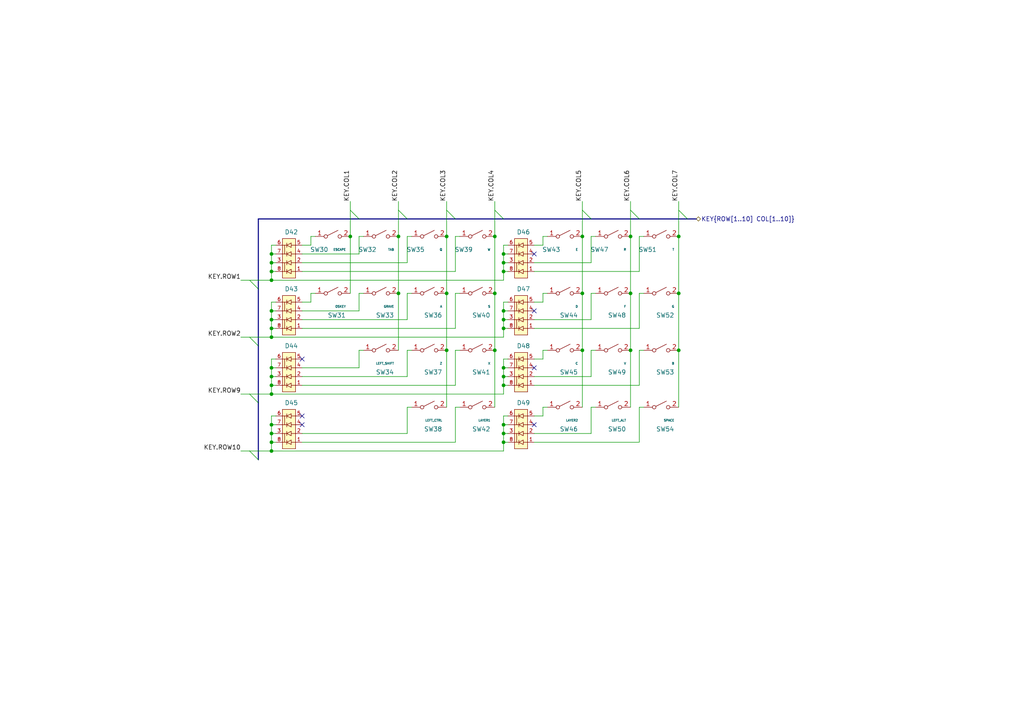
<source format=kicad_sch>
(kicad_sch (version 20211123) (generator eeschema)
  (paper "A4")
  (lib_symbols
    (symbol "BAV70SRAZ_1" (pin_names (offset 1.016) hide)
      (property "Reference" "D" (at 6.35 0 0))
      (property "Value" "BAV70SRAZ_1" (at 6.35 -1.905 0))
      (symbol "BAV70SRAZ_1_0_0"
        (rectangle (start -5.715 1.905) (end 5.715 -1.905) (stroke (width 0.1524)) (fill (type background)))
        (polyline (pts (xy -4.445 0.635) (xy -3.81 -0.635)))
        (polyline (pts (xy -4.445 0.635) (xy -3.175 0.635)))
        (polyline (pts (xy -3.81 -1.27) (xy -1.27 -1.27)) (stroke (width 0.1524)))
        (polyline (pts (xy -3.81 -0.635) (xy -3.81 -1.905)))
        (polyline (pts (xy -3.81 -0.635) (xy -3.175 0.635)))
        (polyline (pts (xy -3.81 1.905) (xy -3.81 0.635)))
        (polyline (pts (xy -3.175 -0.635) (xy -4.445 -0.635)))
        (polyline (pts (xy -1.905 0.635) (xy -1.27 -0.635)))
        (polyline (pts (xy -1.905 0.635) (xy -0.635 0.635)))
        (polyline (pts (xy -1.27 -0.635) (xy -1.27 -1.905)))
        (polyline (pts (xy -1.27 -0.635) (xy -0.635 0.635)))
        (polyline (pts (xy -1.27 1.905) (xy -1.27 0.635)))
        (polyline (pts (xy -0.635 -0.635) (xy -1.905 -0.635)))
        (polyline (pts (xy 0.635 0.635) (xy 1.27 -0.635)))
        (polyline (pts (xy 0.635 0.635) (xy 1.905 0.635)))
        (polyline (pts (xy 1.27 -1.27) (xy 3.81 -1.27)) (stroke (width 0.1524)))
        (polyline (pts (xy 1.27 -0.635) (xy 1.27 -1.905)))
        (polyline (pts (xy 1.27 -0.635) (xy 1.905 0.635)))
        (polyline (pts (xy 1.27 1.905) (xy 1.27 0.635)))
        (polyline (pts (xy 1.905 -0.635) (xy 0.635 -0.635)))
        (polyline (pts (xy 3.175 0.635) (xy 3.81 -0.635)))
        (polyline (pts (xy 3.175 0.635) (xy 4.445 0.635)))
        (polyline (pts (xy 3.81 -0.635) (xy 3.81 -1.905)))
        (polyline (pts (xy 3.81 -0.635) (xy 4.445 0.635)))
        (polyline (pts (xy 3.81 1.905) (xy 3.81 0.635)))
        (polyline (pts (xy 4.445 -0.635) (xy 3.175 -0.635)))
        (pin passive line (at 3.81 3.81 270) (length 1.905) (name "~") (number "1"))
        (pin passive line (at 1.27 3.81 270) (length 1.905) (name "~") (number "2"))
        (pin passive line (at 1.27 -3.81 90) (length 1.905) (name "~") (number "3"))
        (pin passive line (at -1.27 3.81 270) (length 1.905) (name "~") (number "4"))
        (pin passive line (at -3.81 3.81 270) (length 1.905) (name "~") (number "5"))
        (pin passive line (at -3.81 -3.81 90) (length 1.905) (name "~") (number "6"))
        (pin passive line (at -1.27 -3.81 90) (length 1.905) (name "~") (number "7"))
        (pin passive line (at 3.81 -3.81 90) (length 1.905) (name "~") (number "8"))
      )
    )
    (symbol "BAV70SRAZ_2" (pin_names (offset 1.016) hide)
      (property "Reference" "D" (at 6.35 0 0))
      (property "Value" "BAV70SRAZ_2" (at 6.35 -1.905 0))
      (symbol "BAV70SRAZ_2_0_0"
        (rectangle (start -5.715 1.905) (end 5.715 -1.905) (stroke (width 0.1524)) (fill (type background)))
        (polyline (pts (xy -4.445 0.635) (xy -3.81 -0.635)))
        (polyline (pts (xy -4.445 0.635) (xy -3.175 0.635)))
        (polyline (pts (xy -3.81 -1.27) (xy -1.27 -1.27)) (stroke (width 0.1524)))
        (polyline (pts (xy -3.81 -0.635) (xy -3.81 -1.905)))
        (polyline (pts (xy -3.81 -0.635) (xy -3.175 0.635)))
        (polyline (pts (xy -3.81 1.905) (xy -3.81 0.635)))
        (polyline (pts (xy -3.175 -0.635) (xy -4.445 -0.635)))
        (polyline (pts (xy -1.905 0.635) (xy -1.27 -0.635)))
        (polyline (pts (xy -1.905 0.635) (xy -0.635 0.635)))
        (polyline (pts (xy -1.27 -0.635) (xy -1.27 -1.905)))
        (polyline (pts (xy -1.27 -0.635) (xy -0.635 0.635)))
        (polyline (pts (xy -1.27 1.905) (xy -1.27 0.635)))
        (polyline (pts (xy -0.635 -0.635) (xy -1.905 -0.635)))
        (polyline (pts (xy 0.635 0.635) (xy 1.27 -0.635)))
        (polyline (pts (xy 0.635 0.635) (xy 1.905 0.635)))
        (polyline (pts (xy 1.27 -1.27) (xy 3.81 -1.27)) (stroke (width 0.1524)))
        (polyline (pts (xy 1.27 -0.635) (xy 1.27 -1.905)))
        (polyline (pts (xy 1.27 -0.635) (xy 1.905 0.635)))
        (polyline (pts (xy 1.27 1.905) (xy 1.27 0.635)))
        (polyline (pts (xy 1.905 -0.635) (xy 0.635 -0.635)))
        (polyline (pts (xy 3.175 0.635) (xy 3.81 -0.635)))
        (polyline (pts (xy 3.175 0.635) (xy 4.445 0.635)))
        (polyline (pts (xy 3.81 -0.635) (xy 3.81 -1.905)))
        (polyline (pts (xy 3.81 -0.635) (xy 4.445 0.635)))
        (polyline (pts (xy 3.81 1.905) (xy 3.81 0.635)))
        (polyline (pts (xy 4.445 -0.635) (xy 3.175 -0.635)))
        (pin passive line (at 3.81 3.81 270) (length 1.905) (name "~") (number "1"))
        (pin passive line (at 1.27 3.81 270) (length 1.905) (name "~") (number "2"))
        (pin passive line (at 1.27 -3.81 90) (length 1.905) (name "~") (number "3"))
        (pin passive line (at -1.27 3.81 270) (length 1.905) (name "~") (number "4"))
        (pin passive line (at -3.81 3.81 270) (length 1.905) (name "~") (number "5"))
        (pin passive line (at -3.81 -3.81 90) (length 1.905) (name "~") (number "6"))
        (pin passive line (at -1.27 -3.81 90) (length 1.905) (name "~") (number "7"))
        (pin passive line (at 3.81 -3.81 90) (length 1.905) (name "~") (number "8"))
      )
    )
    (symbol "BAV70SRAZ_3" (pin_names (offset 1.016) hide)
      (property "Reference" "D" (at 6.35 0 0))
      (property "Value" "BAV70SRAZ_3" (at 6.35 -1.905 0))
      (symbol "BAV70SRAZ_3_0_0"
        (rectangle (start -5.715 1.905) (end 5.715 -1.905) (stroke (width 0.1524)) (fill (type background)))
        (polyline (pts (xy -4.445 0.635) (xy -3.81 -0.635)))
        (polyline (pts (xy -4.445 0.635) (xy -3.175 0.635)))
        (polyline (pts (xy -3.81 -1.27) (xy -1.27 -1.27)) (stroke (width 0.1524)))
        (polyline (pts (xy -3.81 -0.635) (xy -3.81 -1.905)))
        (polyline (pts (xy -3.81 -0.635) (xy -3.175 0.635)))
        (polyline (pts (xy -3.81 1.905) (xy -3.81 0.635)))
        (polyline (pts (xy -3.175 -0.635) (xy -4.445 -0.635)))
        (polyline (pts (xy -1.905 0.635) (xy -1.27 -0.635)))
        (polyline (pts (xy -1.905 0.635) (xy -0.635 0.635)))
        (polyline (pts (xy -1.27 -0.635) (xy -1.27 -1.905)))
        (polyline (pts (xy -1.27 -0.635) (xy -0.635 0.635)))
        (polyline (pts (xy -1.27 1.905) (xy -1.27 0.635)))
        (polyline (pts (xy -0.635 -0.635) (xy -1.905 -0.635)))
        (polyline (pts (xy 0.635 0.635) (xy 1.27 -0.635)))
        (polyline (pts (xy 0.635 0.635) (xy 1.905 0.635)))
        (polyline (pts (xy 1.27 -1.27) (xy 3.81 -1.27)) (stroke (width 0.1524)))
        (polyline (pts (xy 1.27 -0.635) (xy 1.27 -1.905)))
        (polyline (pts (xy 1.27 -0.635) (xy 1.905 0.635)))
        (polyline (pts (xy 1.27 1.905) (xy 1.27 0.635)))
        (polyline (pts (xy 1.905 -0.635) (xy 0.635 -0.635)))
        (polyline (pts (xy 3.175 0.635) (xy 3.81 -0.635)))
        (polyline (pts (xy 3.175 0.635) (xy 4.445 0.635)))
        (polyline (pts (xy 3.81 -0.635) (xy 3.81 -1.905)))
        (polyline (pts (xy 3.81 -0.635) (xy 4.445 0.635)))
        (polyline (pts (xy 3.81 1.905) (xy 3.81 0.635)))
        (polyline (pts (xy 4.445 -0.635) (xy 3.175 -0.635)))
        (pin passive line (at 3.81 3.81 270) (length 1.905) (name "~") (number "1"))
        (pin passive line (at 1.27 3.81 270) (length 1.905) (name "~") (number "2"))
        (pin passive line (at 1.27 -3.81 90) (length 1.905) (name "~") (number "3"))
        (pin passive line (at -1.27 3.81 270) (length 1.905) (name "~") (number "4"))
        (pin passive line (at -3.81 3.81 270) (length 1.905) (name "~") (number "5"))
        (pin passive line (at -3.81 -3.81 90) (length 1.905) (name "~") (number "6"))
        (pin passive line (at -1.27 -3.81 90) (length 1.905) (name "~") (number "7"))
        (pin passive line (at 3.81 -3.81 90) (length 1.905) (name "~") (number "8"))
      )
    )
    (symbol "BAV70SRAZ_4" (pin_names (offset 1.016) hide)
      (property "Reference" "D" (at 6.35 0 0))
      (property "Value" "BAV70SRAZ_4" (at 6.35 -1.905 0))
      (symbol "BAV70SRAZ_4_0_0"
        (rectangle (start -5.715 1.905) (end 5.715 -1.905) (stroke (width 0.1524)) (fill (type background)))
        (polyline (pts (xy -4.445 0.635) (xy -3.81 -0.635)))
        (polyline (pts (xy -4.445 0.635) (xy -3.175 0.635)))
        (polyline (pts (xy -3.81 -1.27) (xy -1.27 -1.27)) (stroke (width 0.1524)))
        (polyline (pts (xy -3.81 -0.635) (xy -3.81 -1.905)))
        (polyline (pts (xy -3.81 -0.635) (xy -3.175 0.635)))
        (polyline (pts (xy -3.81 1.905) (xy -3.81 0.635)))
        (polyline (pts (xy -3.175 -0.635) (xy -4.445 -0.635)))
        (polyline (pts (xy -1.905 0.635) (xy -1.27 -0.635)))
        (polyline (pts (xy -1.905 0.635) (xy -0.635 0.635)))
        (polyline (pts (xy -1.27 -0.635) (xy -1.27 -1.905)))
        (polyline (pts (xy -1.27 -0.635) (xy -0.635 0.635)))
        (polyline (pts (xy -1.27 1.905) (xy -1.27 0.635)))
        (polyline (pts (xy -0.635 -0.635) (xy -1.905 -0.635)))
        (polyline (pts (xy 0.635 0.635) (xy 1.27 -0.635)))
        (polyline (pts (xy 0.635 0.635) (xy 1.905 0.635)))
        (polyline (pts (xy 1.27 -1.27) (xy 3.81 -1.27)) (stroke (width 0.1524)))
        (polyline (pts (xy 1.27 -0.635) (xy 1.27 -1.905)))
        (polyline (pts (xy 1.27 -0.635) (xy 1.905 0.635)))
        (polyline (pts (xy 1.27 1.905) (xy 1.27 0.635)))
        (polyline (pts (xy 1.905 -0.635) (xy 0.635 -0.635)))
        (polyline (pts (xy 3.175 0.635) (xy 3.81 -0.635)))
        (polyline (pts (xy 3.175 0.635) (xy 4.445 0.635)))
        (polyline (pts (xy 3.81 -0.635) (xy 3.81 -1.905)))
        (polyline (pts (xy 3.81 -0.635) (xy 4.445 0.635)))
        (polyline (pts (xy 3.81 1.905) (xy 3.81 0.635)))
        (polyline (pts (xy 4.445 -0.635) (xy 3.175 -0.635)))
        (pin passive line (at 3.81 3.81 270) (length 1.905) (name "~") (number "1"))
        (pin passive line (at 1.27 3.81 270) (length 1.905) (name "~") (number "2"))
        (pin passive line (at 1.27 -3.81 90) (length 1.905) (name "~") (number "3"))
        (pin passive line (at -1.27 3.81 270) (length 1.905) (name "~") (number "4"))
        (pin passive line (at -3.81 3.81 270) (length 1.905) (name "~") (number "5"))
        (pin passive line (at -3.81 -3.81 90) (length 1.905) (name "~") (number "6"))
        (pin passive line (at -1.27 -3.81 90) (length 1.905) (name "~") (number "7"))
        (pin passive line (at 3.81 -3.81 90) (length 1.905) (name "~") (number "8"))
      )
    )
    (symbol "BAV70SRAZ_5" (pin_names (offset 1.016) hide)
      (property "Reference" "D" (at 6.35 0 0))
      (property "Value" "BAV70SRAZ_5" (at 6.35 -1.905 0))
      (symbol "BAV70SRAZ_5_0_0"
        (rectangle (start -5.715 1.905) (end 5.715 -1.905) (stroke (width 0.1524)) (fill (type background)))
        (polyline (pts (xy -4.445 0.635) (xy -3.81 -0.635)))
        (polyline (pts (xy -4.445 0.635) (xy -3.175 0.635)))
        (polyline (pts (xy -3.81 -1.27) (xy -1.27 -1.27)) (stroke (width 0.1524)))
        (polyline (pts (xy -3.81 -0.635) (xy -3.81 -1.905)))
        (polyline (pts (xy -3.81 -0.635) (xy -3.175 0.635)))
        (polyline (pts (xy -3.81 1.905) (xy -3.81 0.635)))
        (polyline (pts (xy -3.175 -0.635) (xy -4.445 -0.635)))
        (polyline (pts (xy -1.905 0.635) (xy -1.27 -0.635)))
        (polyline (pts (xy -1.905 0.635) (xy -0.635 0.635)))
        (polyline (pts (xy -1.27 -0.635) (xy -1.27 -1.905)))
        (polyline (pts (xy -1.27 -0.635) (xy -0.635 0.635)))
        (polyline (pts (xy -1.27 1.905) (xy -1.27 0.635)))
        (polyline (pts (xy -0.635 -0.635) (xy -1.905 -0.635)))
        (polyline (pts (xy 0.635 0.635) (xy 1.27 -0.635)))
        (polyline (pts (xy 0.635 0.635) (xy 1.905 0.635)))
        (polyline (pts (xy 1.27 -1.27) (xy 3.81 -1.27)) (stroke (width 0.1524)))
        (polyline (pts (xy 1.27 -0.635) (xy 1.27 -1.905)))
        (polyline (pts (xy 1.27 -0.635) (xy 1.905 0.635)))
        (polyline (pts (xy 1.27 1.905) (xy 1.27 0.635)))
        (polyline (pts (xy 1.905 -0.635) (xy 0.635 -0.635)))
        (polyline (pts (xy 3.175 0.635) (xy 3.81 -0.635)))
        (polyline (pts (xy 3.175 0.635) (xy 4.445 0.635)))
        (polyline (pts (xy 3.81 -0.635) (xy 3.81 -1.905)))
        (polyline (pts (xy 3.81 -0.635) (xy 4.445 0.635)))
        (polyline (pts (xy 3.81 1.905) (xy 3.81 0.635)))
        (polyline (pts (xy 4.445 -0.635) (xy 3.175 -0.635)))
        (pin passive line (at 3.81 3.81 270) (length 1.905) (name "~") (number "1"))
        (pin passive line (at 1.27 3.81 270) (length 1.905) (name "~") (number "2"))
        (pin passive line (at 1.27 -3.81 90) (length 1.905) (name "~") (number "3"))
        (pin passive line (at -1.27 3.81 270) (length 1.905) (name "~") (number "4"))
        (pin passive line (at -3.81 3.81 270) (length 1.905) (name "~") (number "5"))
        (pin passive line (at -3.81 -3.81 90) (length 1.905) (name "~") (number "6"))
        (pin passive line (at -1.27 -3.81 90) (length 1.905) (name "~") (number "7"))
        (pin passive line (at 3.81 -3.81 90) (length 1.905) (name "~") (number "8"))
      )
    )
    (symbol "BAV70SRAZ_6" (pin_names (offset 1.016) hide)
      (property "Reference" "D" (at 6.35 0 0))
      (property "Value" "BAV70SRAZ_6" (at 6.35 -1.905 0))
      (symbol "BAV70SRAZ_6_0_0"
        (rectangle (start -5.715 1.905) (end 5.715 -1.905) (stroke (width 0.1524)) (fill (type background)))
        (polyline (pts (xy -4.445 0.635) (xy -3.81 -0.635)))
        (polyline (pts (xy -4.445 0.635) (xy -3.175 0.635)))
        (polyline (pts (xy -3.81 -1.27) (xy -1.27 -1.27)) (stroke (width 0.1524)))
        (polyline (pts (xy -3.81 -0.635) (xy -3.81 -1.905)))
        (polyline (pts (xy -3.81 -0.635) (xy -3.175 0.635)))
        (polyline (pts (xy -3.81 1.905) (xy -3.81 0.635)))
        (polyline (pts (xy -3.175 -0.635) (xy -4.445 -0.635)))
        (polyline (pts (xy -1.905 0.635) (xy -1.27 -0.635)))
        (polyline (pts (xy -1.905 0.635) (xy -0.635 0.635)))
        (polyline (pts (xy -1.27 -0.635) (xy -1.27 -1.905)))
        (polyline (pts (xy -1.27 -0.635) (xy -0.635 0.635)))
        (polyline (pts (xy -1.27 1.905) (xy -1.27 0.635)))
        (polyline (pts (xy -0.635 -0.635) (xy -1.905 -0.635)))
        (polyline (pts (xy 0.635 0.635) (xy 1.27 -0.635)))
        (polyline (pts (xy 0.635 0.635) (xy 1.905 0.635)))
        (polyline (pts (xy 1.27 -1.27) (xy 3.81 -1.27)) (stroke (width 0.1524)))
        (polyline (pts (xy 1.27 -0.635) (xy 1.27 -1.905)))
        (polyline (pts (xy 1.27 -0.635) (xy 1.905 0.635)))
        (polyline (pts (xy 1.27 1.905) (xy 1.27 0.635)))
        (polyline (pts (xy 1.905 -0.635) (xy 0.635 -0.635)))
        (polyline (pts (xy 3.175 0.635) (xy 3.81 -0.635)))
        (polyline (pts (xy 3.175 0.635) (xy 4.445 0.635)))
        (polyline (pts (xy 3.81 -0.635) (xy 3.81 -1.905)))
        (polyline (pts (xy 3.81 -0.635) (xy 4.445 0.635)))
        (polyline (pts (xy 3.81 1.905) (xy 3.81 0.635)))
        (polyline (pts (xy 4.445 -0.635) (xy 3.175 -0.635)))
        (pin passive line (at 3.81 3.81 270) (length 1.905) (name "~") (number "1"))
        (pin passive line (at 1.27 3.81 270) (length 1.905) (name "~") (number "2"))
        (pin passive line (at 1.27 -3.81 90) (length 1.905) (name "~") (number "3"))
        (pin passive line (at -1.27 3.81 270) (length 1.905) (name "~") (number "4"))
        (pin passive line (at -3.81 3.81 270) (length 1.905) (name "~") (number "5"))
        (pin passive line (at -3.81 -3.81 90) (length 1.905) (name "~") (number "6"))
        (pin passive line (at -1.27 -3.81 90) (length 1.905) (name "~") (number "7"))
        (pin passive line (at 3.81 -3.81 90) (length 1.905) (name "~") (number "8"))
      )
    )
    (symbol "Nour_KB:BAV70SRAZ" (pin_names (offset 1.016) hide)
      (property "Reference" "D" (at 6.35 0 0))
      (property "Value" "BAV70SRAZ" (at 6.35 -1.905 0))
      (symbol "BAV70SRAZ_0_0"
        (rectangle (start -5.715 1.905) (end 5.715 -1.905) (stroke (width 0.1524)) (fill (type background)))
        (polyline (pts (xy -4.445 0.635) (xy -3.81 -0.635)))
        (polyline (pts (xy -4.445 0.635) (xy -3.175 0.635)))
        (polyline (pts (xy -3.81 -1.27) (xy -1.27 -1.27)) (stroke (width 0.1524)))
        (polyline (pts (xy -3.81 -0.635) (xy -3.81 -1.905)))
        (polyline (pts (xy -3.81 -0.635) (xy -3.175 0.635)))
        (polyline (pts (xy -3.81 1.905) (xy -3.81 0.635)))
        (polyline (pts (xy -3.175 -0.635) (xy -4.445 -0.635)))
        (polyline (pts (xy -1.905 0.635) (xy -1.27 -0.635)))
        (polyline (pts (xy -1.905 0.635) (xy -0.635 0.635)))
        (polyline (pts (xy -1.27 -0.635) (xy -1.27 -1.905)))
        (polyline (pts (xy -1.27 -0.635) (xy -0.635 0.635)))
        (polyline (pts (xy -1.27 1.905) (xy -1.27 0.635)))
        (polyline (pts (xy -0.635 -0.635) (xy -1.905 -0.635)))
        (polyline (pts (xy 0.635 0.635) (xy 1.27 -0.635)))
        (polyline (pts (xy 0.635 0.635) (xy 1.905 0.635)))
        (polyline (pts (xy 1.27 -1.27) (xy 3.81 -1.27)) (stroke (width 0.1524)))
        (polyline (pts (xy 1.27 -0.635) (xy 1.27 -1.905)))
        (polyline (pts (xy 1.27 -0.635) (xy 1.905 0.635)))
        (polyline (pts (xy 1.27 1.905) (xy 1.27 0.635)))
        (polyline (pts (xy 1.905 -0.635) (xy 0.635 -0.635)))
        (polyline (pts (xy 3.175 0.635) (xy 3.81 -0.635)))
        (polyline (pts (xy 3.175 0.635) (xy 4.445 0.635)))
        (polyline (pts (xy 3.81 -0.635) (xy 3.81 -1.905)))
        (polyline (pts (xy 3.81 -0.635) (xy 4.445 0.635)))
        (polyline (pts (xy 3.81 1.905) (xy 3.81 0.635)))
        (polyline (pts (xy 4.445 -0.635) (xy 3.175 -0.635)))
        (pin passive line (at 3.81 3.81 270) (length 1.905) (name "~") (number "1"))
        (pin passive line (at 1.27 3.81 270) (length 1.905) (name "~") (number "2"))
        (pin passive line (at 1.27 -3.81 90) (length 1.905) (name "~") (number "3"))
        (pin passive line (at -1.27 3.81 270) (length 1.905) (name "~") (number "4"))
        (pin passive line (at -3.81 3.81 270) (length 1.905) (name "~") (number "5"))
        (pin passive line (at -3.81 -3.81 90) (length 1.905) (name "~") (number "6"))
        (pin passive line (at -1.27 -3.81 90) (length 1.905) (name "~") (number "7"))
        (pin passive line (at 3.81 -3.81 90) (length 1.905) (name "~") (number "8"))
      )
    )
    (symbol "Switch:SW_SPST" (pin_names (offset 0) hide)
      (property "Reference" "SW" (at 0 3.175 0))
      (property "Value" "SW_SPST" (at 0 -2.54 0))
      (symbol "SW_SPST_0_0"
        (circle (center -2.032 0) (radius 0.508))
        (polyline (pts (xy -1.524 0.254) (xy 1.524 1.778)))
        (circle (center 2.032 0) (radius 0.508))
      )
      (symbol "SW_SPST_1_1"
        (pin passive line (at -5.08 0 0) (length 2.54) (name "A") (number "1"))
        (pin passive line (at 5.08 0 180) (length 2.54) (name "B") (number "2"))
      )
    )
  )
  (junction (at 78.74 114.3))
  (junction (at 78.74 76.2))
  (junction (at 146.05 95.25))
  (junction (at 78.74 123.19))
  (junction (at 196.85 85.09))
  (junction (at 146.05 92.71))
  (junction (at 146.05 128.27))
  (junction (at 168.91 68.58))
  (junction (at 78.74 90.17))
  (junction (at 146.05 73.66))
  (junction (at 182.88 101.6))
  (junction (at 115.57 85.09))
  (junction (at 146.05 76.2))
  (junction (at 143.51 68.58))
  (junction (at 78.74 106.68))
  (junction (at 168.91 101.6))
  (junction (at 78.74 73.66))
  (junction (at 143.51 85.09))
  (junction (at 146.05 106.68))
  (junction (at 101.6 68.58))
  (junction (at 146.05 123.19))
  (junction (at 129.54 85.09))
  (junction (at 78.74 111.76))
  (junction (at 78.74 130.81))
  (junction (at 143.51 101.6))
  (junction (at 129.54 101.6))
  (junction (at 78.74 95.25))
  (junction (at 146.05 111.76))
  (junction (at 196.85 68.58))
  (junction (at 78.74 81.28))
  (junction (at 115.57 68.58))
  (junction (at 182.88 85.09))
  (junction (at 78.74 97.79))
  (junction (at 78.74 128.27))
  (junction (at 146.05 90.17))
  (junction (at 146.05 125.73))
  (junction (at 182.88 68.58))
  (junction (at 168.91 85.09))
  (junction (at 146.05 78.74))
  (junction (at 78.74 78.74))
  (junction (at 146.05 109.22))
  (junction (at 129.54 68.58))
  (junction (at 78.74 92.71))
  (junction (at 78.74 109.22))
  (junction (at 78.74 125.73))
  (junction (at 196.85 101.6))
  (no_connect (at 154.94 123.19))
  (no_connect (at 87.63 104.14))
  (no_connect (at 87.63 120.65))
  (no_connect (at 87.63 123.19))
  (no_connect (at 154.94 90.17))
  (no_connect (at 154.94 106.68))
  (no_connect (at 154.94 73.66))
  (bus_entry (at 101.6 60.96) (size 2.54 2.54))
  (bus_entry (at 115.57 60.96) (size 2.54 2.54))
  (bus_entry (at 168.91 60.96) (size 2.54 2.54))
  (bus_entry (at 196.85 60.96) (size 2.54 2.54))
  (bus_entry (at 182.88 60.96) (size 2.54 2.54))
  (bus_entry (at 143.51 60.96) (size 2.54 2.54))
  (bus_entry (at 129.54 60.96) (size 2.54 2.54))
  (bus_entry (at 72.39 81.28) (size 2.54 2.54))
  (bus_entry (at 72.39 97.79) (size 2.54 2.54))
  (bus_entry (at 72.39 114.3) (size 2.54 2.54))
  (bus_entry (at 72.39 130.81) (size 2.54 2.54))
  (wire (pts (xy 105.41 85.09) (xy 104.14 85.09)))
  (wire (pts (xy 182.88 58.42) (xy 182.88 60.96)))
  (wire (pts (xy 129.54 58.42) (xy 129.54 60.96)))
  (wire (pts (xy 78.74 106.68) (xy 80.01 106.68)))
  (wire (pts (xy 118.11 76.2) (xy 87.63 76.2)))
  (wire (pts (xy 172.72 85.09) (xy 171.45 85.09)))
  (wire (pts (xy 168.91 101.6) (xy 168.91 118.11)))
  (wire (pts (xy 146.05 90.17) (xy 146.05 92.71)))
  (wire (pts (xy 154.94 109.22) (xy 171.45 109.22)))
  (wire (pts (xy 146.05 109.22) (xy 146.05 111.76)))
  (wire (pts (xy 78.74 92.71) (xy 78.74 95.25)))
  (wire (pts (xy 168.91 85.09) (xy 168.91 101.6)))
  (wire (pts (xy 172.72 118.11) (xy 171.45 118.11)))
  (bus (pts (xy 132.08 63.5) (xy 118.11 63.5)))
  (wire (pts (xy 78.74 95.25) (xy 80.01 95.25)))
  (wire (pts (xy 143.51 60.96) (xy 143.51 68.58)))
  (wire (pts (xy 78.74 120.65) (xy 78.74 123.19)))
  (wire (pts (xy 157.48 71.12) (xy 154.94 71.12)))
  (wire (pts (xy 78.74 78.74) (xy 80.01 78.74)))
  (wire (pts (xy 147.32 71.12) (xy 146.05 71.12)))
  (wire (pts (xy 78.74 97.79) (xy 146.05 97.79)))
  (wire (pts (xy 78.74 125.73) (xy 78.74 128.27)))
  (wire (pts (xy 72.39 114.3) (xy 78.74 114.3)))
  (wire (pts (xy 87.63 111.76) (xy 132.08 111.76)))
  (wire (pts (xy 78.74 109.22) (xy 80.01 109.22)))
  (wire (pts (xy 171.45 101.6) (xy 171.45 109.22)))
  (wire (pts (xy 157.48 68.58) (xy 157.48 71.12)))
  (wire (pts (xy 101.6 58.42) (xy 101.6 60.96)))
  (wire (pts (xy 157.48 85.09) (xy 157.48 87.63)))
  (bus (pts (xy 185.42 63.5) (xy 171.45 63.5)))
  (wire (pts (xy 146.05 109.22) (xy 147.32 109.22)))
  (wire (pts (xy 72.39 130.81) (xy 78.74 130.81)))
  (wire (pts (xy 186.69 85.09) (xy 185.42 85.09)))
  (wire (pts (xy 90.17 85.09) (xy 90.17 87.63)))
  (wire (pts (xy 87.63 78.74) (xy 132.08 78.74)))
  (wire (pts (xy 104.14 85.09) (xy 104.14 90.17)))
  (wire (pts (xy 185.42 68.58) (xy 185.42 78.74)))
  (wire (pts (xy 129.54 60.96) (xy 129.54 68.58)))
  (wire (pts (xy 118.11 125.73) (xy 87.63 125.73)))
  (bus (pts (xy 74.93 63.5) (xy 74.93 83.82)))
  (wire (pts (xy 80.01 104.14) (xy 78.74 104.14)))
  (wire (pts (xy 146.05 78.74) (xy 147.32 78.74)))
  (wire (pts (xy 147.32 120.65) (xy 146.05 120.65)))
  (wire (pts (xy 90.17 85.09) (xy 91.44 85.09)))
  (wire (pts (xy 172.72 101.6) (xy 171.45 101.6)))
  (wire (pts (xy 132.08 68.58) (xy 132.08 78.74)))
  (wire (pts (xy 154.94 111.76) (xy 185.42 111.76)))
  (wire (pts (xy 78.74 76.2) (xy 80.01 76.2)))
  (wire (pts (xy 196.85 60.96) (xy 196.85 68.58)))
  (wire (pts (xy 78.74 87.63) (xy 78.74 90.17)))
  (wire (pts (xy 80.01 120.65) (xy 78.74 120.65)))
  (wire (pts (xy 196.85 68.58) (xy 196.85 85.09)))
  (wire (pts (xy 196.85 58.42) (xy 196.85 60.96)))
  (wire (pts (xy 132.08 85.09) (xy 132.08 95.25)))
  (wire (pts (xy 101.6 68.58) (xy 101.6 85.09)))
  (wire (pts (xy 186.69 118.11) (xy 185.42 118.11)))
  (bus (pts (xy 104.14 63.5) (xy 74.93 63.5)))
  (wire (pts (xy 115.57 60.96) (xy 115.57 68.58)))
  (bus (pts (xy 74.93 83.82) (xy 74.93 100.33)))
  (wire (pts (xy 172.72 68.58) (xy 171.45 68.58)))
  (bus (pts (xy 199.39 63.5) (xy 185.42 63.5)))
  (wire (pts (xy 171.45 85.09) (xy 171.45 92.71)))
  (wire (pts (xy 182.88 101.6) (xy 182.88 118.11)))
  (wire (pts (xy 143.51 58.42) (xy 143.51 60.96)))
  (wire (pts (xy 91.44 68.58) (xy 90.17 68.58)))
  (wire (pts (xy 146.05 71.12) (xy 146.05 73.66)))
  (wire (pts (xy 146.05 120.65) (xy 146.05 123.19)))
  (wire (pts (xy 157.48 118.11) (xy 157.48 120.65)))
  (wire (pts (xy 182.88 68.58) (xy 182.88 85.09)))
  (wire (pts (xy 186.69 101.6) (xy 185.42 101.6)))
  (wire (pts (xy 158.75 101.6) (xy 157.48 101.6)))
  (wire (pts (xy 104.14 101.6) (xy 104.14 106.68)))
  (wire (pts (xy 104.14 106.68) (xy 87.63 106.68)))
  (wire (pts (xy 146.05 104.14) (xy 146.05 106.68)))
  (wire (pts (xy 182.88 60.96) (xy 182.88 68.58)))
  (wire (pts (xy 101.6 60.96) (xy 101.6 68.58)))
  (wire (pts (xy 133.35 118.11) (xy 132.08 118.11)))
  (bus (pts (xy 74.93 100.33) (xy 74.93 116.84)))
  (bus (pts (xy 201.93 63.5) (xy 199.39 63.5)))
  (wire (pts (xy 78.74 90.17) (xy 78.74 92.71)))
  (wire (pts (xy 78.74 95.25) (xy 78.74 97.79)))
  (wire (pts (xy 132.08 101.6) (xy 132.08 111.76)))
  (wire (pts (xy 119.38 68.58) (xy 118.11 68.58)))
  (wire (pts (xy 147.32 123.19) (xy 146.05 123.19)))
  (wire (pts (xy 115.57 58.42) (xy 115.57 60.96)))
  (wire (pts (xy 78.74 123.19) (xy 80.01 123.19)))
  (bus (pts (xy 171.45 63.5) (xy 146.05 63.5)))
  (wire (pts (xy 146.05 76.2) (xy 147.32 76.2)))
  (wire (pts (xy 157.48 120.65) (xy 154.94 120.65)))
  (wire (pts (xy 146.05 92.71) (xy 147.32 92.71)))
  (bus (pts (xy 146.05 63.5) (xy 132.08 63.5)))
  (wire (pts (xy 78.74 90.17) (xy 80.01 90.17)))
  (wire (pts (xy 147.32 73.66) (xy 146.05 73.66)))
  (wire (pts (xy 146.05 128.27) (xy 147.32 128.27)))
  (wire (pts (xy 118.11 118.11) (xy 118.11 125.73)))
  (wire (pts (xy 147.32 106.68) (xy 146.05 106.68)))
  (wire (pts (xy 105.41 101.6) (xy 104.14 101.6)))
  (wire (pts (xy 146.05 95.25) (xy 147.32 95.25)))
  (wire (pts (xy 129.54 101.6) (xy 129.54 118.11)))
  (wire (pts (xy 69.85 130.81) (xy 72.39 130.81)))
  (wire (pts (xy 146.05 106.68) (xy 146.05 109.22)))
  (wire (pts (xy 146.05 95.25) (xy 146.05 97.79)))
  (wire (pts (xy 78.74 104.14) (xy 78.74 106.68)))
  (wire (pts (xy 90.17 68.58) (xy 90.17 71.12)))
  (wire (pts (xy 146.05 128.27) (xy 146.05 130.81)))
  (wire (pts (xy 158.75 85.09) (xy 157.48 85.09)))
  (wire (pts (xy 78.74 76.2) (xy 78.74 78.74)))
  (wire (pts (xy 118.11 109.22) (xy 87.63 109.22)))
  (wire (pts (xy 115.57 68.58) (xy 115.57 85.09)))
  (wire (pts (xy 78.74 130.81) (xy 146.05 130.81)))
  (wire (pts (xy 157.48 87.63) (xy 154.94 87.63)))
  (wire (pts (xy 118.11 92.71) (xy 87.63 92.71)))
  (wire (pts (xy 78.74 114.3) (xy 146.05 114.3)))
  (wire (pts (xy 119.38 118.11) (xy 118.11 118.11)))
  (wire (pts (xy 78.74 128.27) (xy 80.01 128.27)))
  (wire (pts (xy 78.74 78.74) (xy 78.74 81.28)))
  (wire (pts (xy 132.08 118.11) (xy 132.08 128.27)))
  (wire (pts (xy 182.88 85.09) (xy 182.88 101.6)))
  (bus (pts (xy 74.93 116.84) (xy 74.93 133.35)))
  (wire (pts (xy 146.05 92.71) (xy 146.05 95.25)))
  (wire (pts (xy 146.05 76.2) (xy 146.05 78.74)))
  (wire (pts (xy 87.63 95.25) (xy 132.08 95.25)))
  (wire (pts (xy 133.35 101.6) (xy 132.08 101.6)))
  (wire (pts (xy 196.85 101.6) (xy 196.85 118.11)))
  (wire (pts (xy 118.11 68.58) (xy 118.11 76.2)))
  (wire (pts (xy 147.32 87.63) (xy 146.05 87.63)))
  (wire (pts (xy 78.74 128.27) (xy 78.74 130.81)))
  (wire (pts (xy 78.74 111.76) (xy 80.01 111.76)))
  (wire (pts (xy 157.48 104.14) (xy 154.94 104.14)))
  (wire (pts (xy 129.54 85.09) (xy 129.54 101.6)))
  (wire (pts (xy 80.01 71.12) (xy 78.74 71.12)))
  (wire (pts (xy 104.14 90.17) (xy 87.63 90.17)))
  (wire (pts (xy 80.01 73.66) (xy 78.74 73.66)))
  (wire (pts (xy 69.85 97.79) (xy 72.39 97.79)))
  (wire (pts (xy 158.75 68.58) (xy 157.48 68.58)))
  (wire (pts (xy 104.14 68.58) (xy 104.14 73.66)))
  (wire (pts (xy 119.38 101.6) (xy 118.11 101.6)))
  (wire (pts (xy 118.11 101.6) (xy 118.11 109.22)))
  (wire (pts (xy 146.05 111.76) (xy 146.05 114.3)))
  (wire (pts (xy 171.45 68.58) (xy 171.45 76.2)))
  (wire (pts (xy 69.85 114.3) (xy 72.39 114.3)))
  (wire (pts (xy 146.05 111.76) (xy 147.32 111.76)))
  (wire (pts (xy 185.42 85.09) (xy 185.42 95.25)))
  (wire (pts (xy 143.51 68.58) (xy 143.51 85.09)))
  (wire (pts (xy 78.74 81.28) (xy 146.05 81.28)))
  (wire (pts (xy 78.74 109.22) (xy 78.74 111.76)))
  (wire (pts (xy 129.54 68.58) (xy 129.54 85.09)))
  (wire (pts (xy 146.05 125.73) (xy 147.32 125.73)))
  (wire (pts (xy 72.39 97.79) (xy 78.74 97.79)))
  (wire (pts (xy 185.42 101.6) (xy 185.42 111.76)))
  (wire (pts (xy 146.05 87.63) (xy 146.05 90.17)))
  (wire (pts (xy 133.35 68.58) (xy 132.08 68.58)))
  (wire (pts (xy 185.42 118.11) (xy 185.42 128.27)))
  (wire (pts (xy 69.85 81.28) (xy 72.39 81.28)))
  (wire (pts (xy 147.32 104.14) (xy 146.05 104.14)))
  (wire (pts (xy 80.01 87.63) (xy 78.74 87.63)))
  (wire (pts (xy 168.91 60.96) (xy 168.91 68.58)))
  (wire (pts (xy 104.14 73.66) (xy 87.63 73.66)))
  (wire (pts (xy 168.91 68.58) (xy 168.91 85.09)))
  (bus (pts (xy 118.11 63.5) (xy 104.14 63.5)))
  (wire (pts (xy 87.63 128.27) (xy 132.08 128.27)))
  (wire (pts (xy 78.74 73.66) (xy 78.74 76.2)))
  (wire (pts (xy 78.74 92.71) (xy 80.01 92.71)))
  (wire (pts (xy 171.45 118.11) (xy 171.45 125.73)))
  (wire (pts (xy 154.94 76.2) (xy 171.45 76.2)))
  (wire (pts (xy 154.94 128.27) (xy 185.42 128.27)))
  (wire (pts (xy 146.05 125.73) (xy 146.05 128.27)))
  (wire (pts (xy 78.74 111.76) (xy 78.74 114.3)))
  (wire (pts (xy 78.74 125.73) (xy 80.01 125.73)))
  (wire (pts (xy 146.05 123.19) (xy 146.05 125.73)))
  (wire (pts (xy 119.38 85.09) (xy 118.11 85.09)))
  (wire (pts (xy 143.51 101.6) (xy 143.51 118.11)))
  (wire (pts (xy 147.32 90.17) (xy 146.05 90.17)))
  (wire (pts (xy 154.94 95.25) (xy 185.42 95.25)))
  (wire (pts (xy 78.74 106.68) (xy 78.74 109.22)))
  (wire (pts (xy 146.05 73.66) (xy 146.05 76.2)))
  (wire (pts (xy 78.74 71.12) (xy 78.74 73.66)))
  (wire (pts (xy 154.94 92.71) (xy 171.45 92.71)))
  (wire (pts (xy 90.17 87.63) (xy 87.63 87.63)))
  (wire (pts (xy 72.39 81.28) (xy 78.74 81.28)))
  (wire (pts (xy 90.17 71.12) (xy 87.63 71.12)))
  (wire (pts (xy 154.94 78.74) (xy 185.42 78.74)))
  (wire (pts (xy 78.74 123.19) (xy 78.74 125.73)))
  (wire (pts (xy 146.05 78.74) (xy 146.05 81.28)))
  (wire (pts (xy 154.94 125.73) (xy 171.45 125.73)))
  (wire (pts (xy 168.91 58.42) (xy 168.91 60.96)))
  (wire (pts (xy 115.57 85.09) (xy 115.57 101.6)))
  (wire (pts (xy 105.41 68.58) (xy 104.14 68.58)))
  (wire (pts (xy 118.11 85.09) (xy 118.11 92.71)))
  (wire (pts (xy 158.75 118.11) (xy 157.48 118.11)))
  (wire (pts (xy 196.85 85.09) (xy 196.85 101.6)))
  (wire (pts (xy 157.48 101.6) (xy 157.48 104.14)))
  (wire (pts (xy 186.69 68.58) (xy 185.42 68.58)))
  (wire (pts (xy 133.35 85.09) (xy 132.08 85.09)))
  (wire (pts (xy 143.51 85.09) (xy 143.51 101.6)))
  (label "KEY.COL5" (at 168.91 58.42 90))
  (label "KEY.COL2" (at 115.57 58.42 90))
  (label "KEY.COL6" (at 182.88 58.42 90))
  (label "KEY.ROW2" (at 69.85 97.79 180))
  (label "KEY.ROW9" (at 69.85 114.3 180))
  (label "KEY.ROW10" (at 69.85 130.81 180))
  (label "KEY.ROW1" (at 69.85 81.28 180))
  (label "KEY.COL1" (at 101.6 58.42 90))
  (label "KEY.COL7" (at 196.85 58.42 90))
  (label "KEY.COL4" (at 143.51 58.42 90))
  (label "KEY.COL3" (at 129.54 58.42 90))
  (hierarchical_label "KEY{ROW[1..10] COL[1..10]}" (shape bidirectional) (at 201.93 63.5 0))
  (symbol (lib_id "Switch:SW_SPST") (at 191.77 101.6 0) (unit 1)
    (property "Reference" "SW53" (at 195.58 107.95 0) (effects (justify right)))
    (property "Value" "B" (at 195.58 105.41 0) (effects (font (size 0.63 0.63)) (justify right)))
    (property "Footprint" "Nour_KB:MX_Choc_1U" (effects hide))
  )
  (symbol (lib_id "Switch:SW_SPST") (at 96.52 85.09 0) (unit 1)
    (property "Reference" "SW31" (at 100.33 91.44 0) (effects (justify right)))
    (property "Value" "OSKEY" (at 100.33 88.9 0) (effects (font (size 0.63 0.63)) (justify right)))
    (property "Footprint" "Nour_KB:MX_Choc_1U" (effects hide))
  )
  (symbol (lib_id "Switch:SW_SPST") (at 191.77 85.09 0) (unit 1)
    (property "Reference" "SW52" (at 195.58 91.44 0) (effects (justify right)))
    (property "Value" "G" (at 195.58 88.9 0) (effects (font (size 0.63 0.63)) (justify right)))
    (property "Footprint" "Nour_KB:MX_Choc_1U" (effects hide))
  )
  (symbol (lib_id "Switch:SW_SPST") (at 191.77 68.58 0) (unit 1)
    (property "Reference" "SW51" (at 190.5 72.39 0) (effects (justify right)))
    (property "Value" "T" (at 195.58 72.39 0) (effects (font (size 0.63 0.63)) (justify right)))
    (property "Footprint" "Nour_KB:MX_Choc_1U" (effects hide))
  )
  (symbol (lib_id "Switch:SW_SPST") (at 163.83 101.6 0) (unit 1)
    (property "Reference" "SW45" (at 167.64 107.95 0) (effects (justify right)))
    (property "Value" "C" (at 167.64 105.41 0) (effects (font (size 0.63 0.63)) (justify right)))
    (property "Footprint" "Nour_KB:MX_Choc_1U" (effects hide))
  )
  (symbol (lib_name "BAV70SRAZ_2") (lib_id "Nour_KB:BAV70SRAZ") (at 83.82 124.46 270) (unit 1)
    (property "Reference" "D45" (at 82.55 116.84 90) (effects (justify left)))
    (property "Value" "BAV70SRAZ" (effects hide))
    (property "Footprint" "Nour_KB:DIO_BAV70SRAZ" (effects hide))
    (property "STANDARD" "Manufacturer recommendations" (effects hide))
    (property "PARTREV" "v.2" (effects hide))
    (property "MANUFACTURER" "Nexperia" (effects hide))
    (property "MAXIMUM_PACKAGE_HEIGHT" "0.5 mm" (effects hide))
  )
  (symbol (lib_id "Switch:SW_SPST") (at 138.43 85.09 0) (unit 1)
    (property "Reference" "SW40" (at 142.24 91.44 0) (effects (justify right)))
    (property "Value" "S" (at 142.24 88.9 0) (effects (font (size 0.63 0.63)) (justify right)))
    (property "Footprint" "Nour_KB:MX_Choc_1U" (effects hide))
  )
  (symbol (lib_id "Switch:SW_SPST") (at 96.52 68.58 0) (unit 1)
    (property "Reference" "SW30" (at 95.25 72.39 0) (effects (justify right)))
    (property "Value" "ESCAPE" (at 100.33 72.39 0) (effects (font (size 0.63 0.63)) (justify right)))
    (property "Footprint" "Nour_KB:MX_Choc_1U" (effects hide))
  )
  (symbol (lib_id "Switch:SW_SPST") (at 124.46 101.6 0) (unit 1)
    (property "Reference" "SW37" (at 128.27 107.95 0) (effects (justify right)))
    (property "Value" "Z" (at 128.27 105.41 0) (effects (font (size 0.63 0.63)) (justify right)))
    (property "Footprint" "Nour_KB:MX_Choc_1U" (effects hide))
  )
  (symbol (lib_id "Switch:SW_SPST") (at 138.43 68.58 0) (unit 1)
    (property "Reference" "SW39" (at 137.16 72.39 0) (effects (justify right)))
    (property "Value" "W" (at 142.24 72.39 0) (effects (font (size 0.63 0.63)) (justify right)))
    (property "Footprint" "Nour_KB:MX_Choc_1U" (effects hide))
  )
  (symbol (lib_name "BAV70SRAZ_4") (lib_id "Nour_KB:BAV70SRAZ") (at 151.13 91.44 270) (unit 1)
    (property "Reference" "D47" (at 149.86 83.82 90) (effects (justify left)))
    (property "Value" "BAV70SRAZ" (effects hide))
    (property "Footprint" "Nour_KB:DIO_BAV70SRAZ" (effects hide))
    (property "STANDARD" "Manufacturer recommendations" (effects hide))
    (property "PARTREV" "v.2" (effects hide))
    (property "MANUFACTURER" "Nexperia" (effects hide))
    (property "MAXIMUM_PACKAGE_HEIGHT" "0.5 mm" (effects hide))
  )
  (symbol (lib_id "Switch:SW_SPST") (at 138.43 118.11 0) (unit 1)
    (property "Reference" "SW42" (at 142.24 124.46 0) (effects (justify right)))
    (property "Value" "LAYER1" (at 142.24 121.92 0) (effects (font (size 0.63 0.63)) (justify right)))
    (property "Footprint" "Nour_KB:MX_Choc_1U" (effects hide))
  )
  (symbol (lib_id "Switch:SW_SPST") (at 191.77 118.11 0) (unit 1)
    (property "Reference" "SW54" (at 195.58 124.46 0) (effects (justify right)))
    (property "Value" "SPACE" (at 195.58 121.92 0) (effects (font (size 0.63 0.63)) (justify right)))
    (property "Footprint" "Nour_KB:MX_Choc_1U" (effects hide))
  )
  (symbol (lib_name "BAV70SRAZ_5") (lib_id "Nour_KB:BAV70SRAZ") (at 151.13 107.95 270) (unit 1)
    (property "Reference" "D48" (at 149.86 100.33 90) (effects (justify left)))
    (property "Value" "BAV70SRAZ" (effects hide))
    (property "Footprint" "Nour_KB:DIO_BAV70SRAZ" (effects hide))
    (property "STANDARD" "Manufacturer recommendations" (effects hide))
    (property "PARTREV" "v.2" (effects hide))
    (property "MANUFACTURER" "Nexperia" (effects hide))
    (property "MAXIMUM_PACKAGE_HEIGHT" "0.5 mm" (effects hide))
  )
  (symbol (lib_id "Switch:SW_SPST") (at 177.8 68.58 0) (unit 1)
    (property "Reference" "SW47" (at 176.53 72.39 0) (effects (justify right)))
    (property "Value" "R" (at 181.61 72.39 0) (effects (font (size 0.63 0.63)) (justify right)))
    (property "Footprint" "Nour_KB:MX_Choc_1U" (effects hide))
  )
  (symbol (lib_id "Switch:SW_SPST") (at 177.8 118.11 0) (unit 1)
    (property "Reference" "SW50" (at 181.61 124.46 0) (effects (justify right)))
    (property "Value" "LEFT_ALT" (at 181.61 121.92 0) (effects (font (size 0.63 0.63)) (justify right)))
    (property "Footprint" "Nour_KB:MX_Choc_1U" (effects hide))
  )
  (symbol (lib_id "Switch:SW_SPST") (at 124.46 68.58 0) (unit 1)
    (property "Reference" "SW35" (at 123.19 72.39 0) (effects (justify right)))
    (property "Value" "Q" (at 128.27 72.39 0) (effects (font (size 0.63 0.63)) (justify right)))
    (property "Footprint" "Nour_KB:MX_Choc_1U" (effects hide))
  )
  (symbol (lib_id "Switch:SW_SPST") (at 177.8 101.6 0) (unit 1)
    (property "Reference" "SW49" (at 181.61 107.95 0) (effects (justify right)))
    (property "Value" "V" (at 181.61 105.41 0) (effects (font (size 0.63 0.63)) (justify right)))
    (property "Footprint" "Nour_KB:MX_Choc_1U" (effects hide))
  )
  (symbol (lib_id "Switch:SW_SPST") (at 110.49 68.58 0) (unit 1)
    (property "Reference" "SW32" (at 109.22 72.39 0) (effects (justify right)))
    (property "Value" "TAB" (at 114.3 72.39 0) (effects (font (size 0.63 0.63)) (justify right)))
    (property "Footprint" "Nour_KB:MX_Choc_1U" (effects hide))
  )
  (symbol (lib_id "Switch:SW_SPST") (at 124.46 118.11 0) (unit 1)
    (property "Reference" "SW38" (at 128.27 124.46 0) (effects (justify right)))
    (property "Value" "LEFT_CTRL" (at 128.27 121.92 0) (effects (font (size 0.63 0.63)) (justify right)))
    (property "Footprint" "Nour_KB:MX_Choc_1U" (effects hide))
  )
  (symbol (lib_id "Nour_KB:BAV70SRAZ") (at 83.82 74.93 270) (unit 1)
    (property "Reference" "D42" (at 82.55 67.31 90) (effects (justify left)))
    (property "Value" "BAV70SRAZ" (effects hide))
    (property "Footprint" "Nour_KB:DIO_BAV70SRAZ" (effects hide))
    (property "STANDARD" "Manufacturer recommendations" (effects hide))
    (property "PARTREV" "v.2" (effects hide))
    (property "MANUFACTURER" "Nexperia" (effects hide))
    (property "MAXIMUM_PACKAGE_HEIGHT" "0.5 mm" (effects hide))
  )
  (symbol (lib_id "Switch:SW_SPST") (at 163.83 85.09 0) (unit 1)
    (property "Reference" "SW44" (at 167.64 91.44 0) (effects (justify right)))
    (property "Value" "D" (at 167.64 88.9 0) (effects (font (size 0.63 0.63)) (justify right)))
    (property "Footprint" "Nour_KB:MX_Choc_1U" (effects hide))
  )
  (symbol (lib_id "Switch:SW_SPST") (at 177.8 85.09 0) (unit 1)
    (property "Reference" "SW48" (at 181.61 91.44 0) (effects (justify right)))
    (property "Value" "F" (at 181.61 88.9 0) (effects (font (size 0.63 0.63)) (justify right)))
    (property "Footprint" "Nour_KB:MX_Choc_1U" (effects hide))
  )
  (symbol (lib_name "BAV70SRAZ_3") (lib_id "Nour_KB:BAV70SRAZ") (at 151.13 74.93 270) (unit 1)
    (property "Reference" "D46" (at 149.86 67.31 90) (effects (justify left)))
    (property "Value" "BAV70SRAZ" (effects hide))
    (property "Footprint" "Nour_KB:DIO_BAV70SRAZ" (effects hide))
    (property "STANDARD" "Manufacturer recommendations" (effects hide))
    (property "PARTREV" "v.2" (effects hide))
    (property "MANUFACTURER" "Nexperia" (effects hide))
    (property "MAXIMUM_PACKAGE_HEIGHT" "0.5 mm" (effects hide))
  )
  (symbol (lib_id "Switch:SW_SPST") (at 110.49 85.09 0) (unit 1)
    (property "Reference" "SW33" (at 114.3 91.44 0) (effects (justify right)))
    (property "Value" "GRAVE" (at 114.3 88.9 0) (effects (font (size 0.63 0.63)) (justify right)))
    (property "Footprint" "Nour_KB:MX_Choc_1U" (effects hide))
  )
  (symbol (lib_id "Switch:SW_SPST") (at 110.49 101.6 0) (unit 1)
    (property "Reference" "SW34" (at 114.3 107.95 0) (effects (justify right)))
    (property "Value" "LEFT_SHIFT" (at 114.3 105.41 0) (effects (font (size 0.63 0.63)) (justify right)))
    (property "Footprint" "Nour_KB:MX_Choc_1U" (effects hide))
  )
  (symbol (lib_id "Nour_KB:BAV70SRAZ") (at 83.82 91.44 270) (unit 1)
    (property "Reference" "D43" (at 82.55 83.82 90) (effects (justify left)))
    (property "Value" "BAV70SRAZ" (effects hide))
    (property "Footprint" "Nour_KB:DIO_BAV70SRAZ" (effects hide))
    (property "STANDARD" "Manufacturer recommendations" (effects hide))
    (property "PARTREV" "v.2" (effects hide))
    (property "MANUFACTURER" "Nexperia" (effects hide))
    (property "MAXIMUM_PACKAGE_HEIGHT" "0.5 mm" (effects hide))
  )
  (symbol (lib_id "Switch:SW_SPST") (at 163.83 118.11 0) (unit 1)
    (property "Reference" "SW46" (at 167.64 124.46 0) (effects (justify right)))
    (property "Value" "LAYER2" (at 167.64 121.92 0) (effects (font (size 0.63 0.63)) (justify right)))
    (property "Footprint" "Nour_KB:MX_Choc_1U" (effects hide))
  )
  (symbol (lib_id "Switch:SW_SPST") (at 163.83 68.58 0) (unit 1)
    (property "Reference" "SW43" (at 162.56 72.39 0) (effects (justify right)))
    (property "Value" "E" (at 167.64 72.39 0) (effects (font (size 0.63 0.63)) (justify right)))
    (property "Footprint" "Nour_KB:MX_Choc_1U" (effects hide))
  )
  (symbol (lib_name "BAV70SRAZ_1") (lib_id "Nour_KB:BAV70SRAZ") (at 83.82 107.95 270) (unit 1)
    (property "Reference" "D44" (at 82.55 100.33 90) (effects (justify left)))
    (property "Value" "BAV70SRAZ" (effects hide))
    (property "Footprint" "Nour_KB:DIO_BAV70SRAZ" (effects hide))
    (property "STANDARD" "Manufacturer recommendations" (effects hide))
    (property "PARTREV" "v.2" (effects hide))
    (property "MANUFACTURER" "Nexperia" (effects hide))
    (property "MAXIMUM_PACKAGE_HEIGHT" "0.5 mm" (effects hide))
  )
  (symbol (lib_id "Switch:SW_SPST") (at 124.46 85.09 0) (unit 1)
    (property "Reference" "SW36" (at 128.27 91.44 0) (effects (justify right)))
    (property "Value" "A" (at 128.27 88.9 0) (effects (font (size 0.63 0.63)) (justify right)))
    (property "Footprint" "Nour_KB:MX_Choc_1U" (effects hide))
  )
  (symbol (lib_name "BAV70SRAZ_6") (lib_id "Nour_KB:BAV70SRAZ") (at 151.13 124.46 270) (unit 1)
    (property "Reference" "D49" (at 149.86 116.84 90) (effects (justify left)))
    (property "Value" "BAV70SRAZ" (effects hide))
    (property "Footprint" "Nour_KB:DIO_BAV70SRAZ" (effects hide))
    (property "STANDARD" "Manufacturer recommendations" (effects hide))
    (property "PARTREV" "v.2" (effects hide))
    (property "MANUFACTURER" "Nexperia" (effects hide))
    (property "MAXIMUM_PACKAGE_HEIGHT" "0.5 mm" (effects hide))
  )
  (symbol (lib_id "Switch:SW_SPST") (at 138.43 101.6 0) (unit 1)
    (property "Reference" "SW41" (at 142.24 107.95 0) (effects (justify right)))
    (property "Value" "X" (at 142.24 105.41 0) (effects (font (size 0.63 0.63)) (justify right)))
    (property "Footprint" "Nour_KB:MX_Choc_1U" (effects hide))
  )
)
</source>
